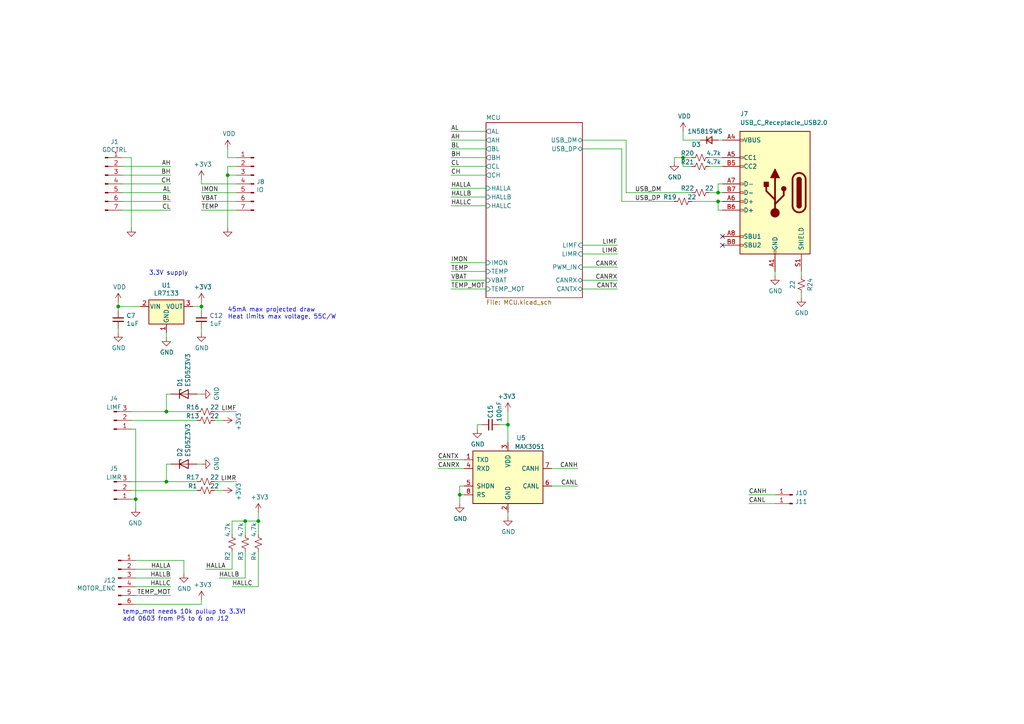
<source format=kicad_sch>
(kicad_sch (version 20211123) (generator eeschema)
  (paper "A4")
  (lib_symbols
    (symbol "Connector:Conn_01x01_Male" (pin_names (offset 1.016) hide)
      (property "Reference" "J" (at 0 2.54 0))
      (property "Value" "Conn_01x01_Male" (at 0 -2.54 0))
      (symbol "Conn_01x01_Male_1_1"
        (polyline (pts (xy 1.27 0) (xy 0.8636 0)) (stroke (width 0.1524)))
        (rectangle (start 0.8636 0.127) (end 0 -0.127) (stroke (width 0.1524)) (fill (type outline)))
        (pin passive line (at 5.08 0 180) (length 3.81) (name "Pin_1") (number "1"))
      )
    )
    (symbol "Connector:Conn_01x03_Male" (pin_names (offset 1.016) hide)
      (property "Reference" "J" (at 0 5.08 0))
      (property "Value" "Conn_01x03_Male" (at 0 -5.08 0))
      (symbol "Conn_01x03_Male_1_1"
        (polyline (pts (xy 1.27 -2.54) (xy 0.8636 -2.54)) (stroke (width 0.1524)))
        (polyline (pts (xy 1.27 0) (xy 0.8636 0)) (stroke (width 0.1524)))
        (polyline (pts (xy 1.27 2.54) (xy 0.8636 2.54)) (stroke (width 0.1524)))
        (rectangle (start 0.8636 -2.413) (end 0 -2.667) (stroke (width 0.1524)) (fill (type outline)))
        (rectangle (start 0.8636 0.127) (end 0 -0.127) (stroke (width 0.1524)) (fill (type outline)))
        (rectangle (start 0.8636 2.667) (end 0 2.413) (stroke (width 0.1524)) (fill (type outline)))
        (pin passive line (at 5.08 2.54 180) (length 3.81) (name "Pin_1") (number "1"))
        (pin passive line (at 5.08 0 180) (length 3.81) (name "Pin_2") (number "2"))
        (pin passive line (at 5.08 -2.54 180) (length 3.81) (name "Pin_3") (number "3"))
      )
    )
    (symbol "Connector:Conn_01x06_Male" (pin_names (offset 1.016) hide)
      (property "Reference" "J" (at 0 7.62 0))
      (property "Value" "Conn_01x06_Male" (at 0 -10.16 0))
      (symbol "Conn_01x06_Male_1_1"
        (polyline (pts (xy 1.27 -7.62) (xy 0.8636 -7.62)) (stroke (width 0.1524)))
        (polyline (pts (xy 1.27 -5.08) (xy 0.8636 -5.08)) (stroke (width 0.1524)))
        (polyline (pts (xy 1.27 -2.54) (xy 0.8636 -2.54)) (stroke (width 0.1524)))
        (polyline (pts (xy 1.27 0) (xy 0.8636 0)) (stroke (width 0.1524)))
        (polyline (pts (xy 1.27 2.54) (xy 0.8636 2.54)) (stroke (width 0.1524)))
        (polyline (pts (xy 1.27 5.08) (xy 0.8636 5.08)) (stroke (width 0.1524)))
        (rectangle (start 0.8636 -7.493) (end 0 -7.747) (stroke (width 0.1524)) (fill (type outline)))
        (rectangle (start 0.8636 -4.953) (end 0 -5.207) (stroke (width 0.1524)) (fill (type outline)))
        (rectangle (start 0.8636 -2.413) (end 0 -2.667) (stroke (width 0.1524)) (fill (type outline)))
        (rectangle (start 0.8636 0.127) (end 0 -0.127) (stroke (width 0.1524)) (fill (type outline)))
        (rectangle (start 0.8636 2.667) (end 0 2.413) (stroke (width 0.1524)) (fill (type outline)))
        (rectangle (start 0.8636 5.207) (end 0 4.953) (stroke (width 0.1524)) (fill (type outline)))
        (pin passive line (at 5.08 5.08 180) (length 3.81) (name "Pin_1") (number "1"))
        (pin passive line (at 5.08 2.54 180) (length 3.81) (name "Pin_2") (number "2"))
        (pin passive line (at 5.08 0 180) (length 3.81) (name "Pin_3") (number "3"))
        (pin passive line (at 5.08 -2.54 180) (length 3.81) (name "Pin_4") (number "4"))
        (pin passive line (at 5.08 -5.08 180) (length 3.81) (name "Pin_5") (number "5"))
        (pin passive line (at 5.08 -7.62 180) (length 3.81) (name "Pin_6") (number "6"))
      )
    )
    (symbol "Connector:Conn_01x07_Male" (pin_names (offset 1.016) hide)
      (property "Reference" "J" (at 0 10.16 0))
      (property "Value" "Conn_01x07_Male" (at 0 -10.16 0))
      (symbol "Conn_01x07_Male_1_1"
        (polyline (pts (xy 1.27 -7.62) (xy 0.8636 -7.62)) (stroke (width 0.1524)))
        (polyline (pts (xy 1.27 -5.08) (xy 0.8636 -5.08)) (stroke (width 0.1524)))
        (polyline (pts (xy 1.27 -2.54) (xy 0.8636 -2.54)) (stroke (width 0.1524)))
        (polyline (pts (xy 1.27 0) (xy 0.8636 0)) (stroke (width 0.1524)))
        (polyline (pts (xy 1.27 2.54) (xy 0.8636 2.54)) (stroke (width 0.1524)))
        (polyline (pts (xy 1.27 5.08) (xy 0.8636 5.08)) (stroke (width 0.1524)))
        (polyline (pts (xy 1.27 7.62) (xy 0.8636 7.62)) (stroke (width 0.1524)))
        (rectangle (start 0.8636 -7.493) (end 0 -7.747) (stroke (width 0.1524)) (fill (type outline)))
        (rectangle (start 0.8636 -4.953) (end 0 -5.207) (stroke (width 0.1524)) (fill (type outline)))
        (rectangle (start 0.8636 -2.413) (end 0 -2.667) (stroke (width 0.1524)) (fill (type outline)))
        (rectangle (start 0.8636 0.127) (end 0 -0.127) (stroke (width 0.1524)) (fill (type outline)))
        (rectangle (start 0.8636 2.667) (end 0 2.413) (stroke (width 0.1524)) (fill (type outline)))
        (rectangle (start 0.8636 5.207) (end 0 4.953) (stroke (width 0.1524)) (fill (type outline)))
        (rectangle (start 0.8636 7.747) (end 0 7.493) (stroke (width 0.1524)) (fill (type outline)))
        (pin passive line (at 5.08 7.62 180) (length 3.81) (name "Pin_1") (number "1"))
        (pin passive line (at 5.08 5.08 180) (length 3.81) (name "Pin_2") (number "2"))
        (pin passive line (at 5.08 2.54 180) (length 3.81) (name "Pin_3") (number "3"))
        (pin passive line (at 5.08 0 180) (length 3.81) (name "Pin_4") (number "4"))
        (pin passive line (at 5.08 -2.54 180) (length 3.81) (name "Pin_5") (number "5"))
        (pin passive line (at 5.08 -5.08 180) (length 3.81) (name "Pin_6") (number "6"))
        (pin passive line (at 5.08 -7.62 180) (length 3.81) (name "Pin_7") (number "7"))
      )
    )
    (symbol "Connector:USB_C_Receptacle_USB2.0" (pin_names (offset 1.016))
      (property "Reference" "J" (at -10.16 19.05 0))
      (property "Value" "USB_C_Receptacle_USB2.0" (at 19.05 19.05 0))
      (symbol "USB_C_Receptacle_USB2.0_0_0"
        (rectangle (start -0.254 -17.78) (end 0.254 -16.764))
        (rectangle (start 10.16 -14.986) (end 9.144 -15.494))
        (rectangle (start 10.16 -12.446) (end 9.144 -12.954))
        (rectangle (start 10.16 -4.826) (end 9.144 -5.334))
        (rectangle (start 10.16 -2.286) (end 9.144 -2.794))
        (rectangle (start 10.16 0.254) (end 9.144 -0.254))
        (rectangle (start 10.16 2.794) (end 9.144 2.286))
        (rectangle (start 10.16 7.874) (end 9.144 7.366))
        (rectangle (start 10.16 10.414) (end 9.144 9.906))
        (rectangle (start 10.16 15.494) (end 9.144 14.986))
      )
      (symbol "USB_C_Receptacle_USB2.0_0_1"
        (rectangle (start -10.16 17.78) (end 10.16 -17.78) (stroke (width 0.254)) (fill (type background)))
        (arc (start -8.89 -3.81) (mid -6.985 -5.715) (end -5.08 -3.81) (stroke (width 0.508)))
        (arc (start -7.62 -3.81) (mid -6.985 -4.445) (end -6.35 -3.81) (stroke (width 0.254)))
        (arc (start -7.62 -3.81) (mid -6.985 -4.445) (end -6.35 -3.81) (stroke (width 0.254)) (fill (type outline)))
        (rectangle (start -7.62 -3.81) (end -6.35 3.81) (stroke (width 0.254)) (fill (type outline)))
        (arc (start -6.35 3.81) (mid -6.985 4.445) (end -7.62 3.81) (stroke (width 0.254)))
        (arc (start -6.35 3.81) (mid -6.985 4.445) (end -7.62 3.81) (stroke (width 0.254)) (fill (type outline)))
        (arc (start -5.08 3.81) (mid -6.985 5.715) (end -8.89 3.81) (stroke (width 0.508)))
        (circle (center -2.54 1.143) (radius 0.635) (stroke (width 0.254)) (fill (type outline)))
        (circle (center 0 -5.842) (radius 1.27) (fill (type outline)))
        (polyline (pts (xy -8.89 -3.81) (xy -8.89 3.81)) (stroke (width 0.508)))
        (polyline (pts (xy -5.08 3.81) (xy -5.08 -3.81)) (stroke (width 0.508)))
        (polyline (pts (xy 0 -5.842) (xy 0 4.318)) (stroke (width 0.508)))
        (polyline (pts (xy 0 -3.302) (xy -2.54 -0.762) (xy -2.54 0.508)) (stroke (width 0.508)))
        (polyline (pts (xy 0 -2.032) (xy 2.54 0.508) (xy 2.54 1.778)) (stroke (width 0.508)))
        (polyline (pts (xy -1.27 4.318) (xy 0 6.858) (xy 1.27 4.318) (xy -1.27 4.318)) (stroke (width 0.254)) (fill (type outline)))
        (rectangle (start 1.905 1.778) (end 3.175 3.048) (stroke (width 0.254)) (fill (type outline)))
      )
      (symbol "USB_C_Receptacle_USB2.0_1_1"
        (pin passive line (at 0 -22.86 90) (length 5.08) (name "GND") (number "A1"))
        (pin passive line (at 0 -22.86 90) (length 5.08) hide (name "GND") (number "A12"))
        (pin passive line (at 15.24 15.24 180) (length 5.08) (name "VBUS") (number "A4"))
        (pin bidirectional line (at 15.24 10.16 180) (length 5.08) (name "CC1") (number "A5"))
        (pin bidirectional line (at 15.24 -2.54 180) (length 5.08) (name "D+") (number "A6"))
        (pin bidirectional line (at 15.24 2.54 180) (length 5.08) (name "D-") (number "A7"))
        (pin bidirectional line (at 15.24 -12.7 180) (length 5.08) (name "SBU1") (number "A8"))
        (pin passive line (at 15.24 15.24 180) (length 5.08) hide (name "VBUS") (number "A9"))
        (pin passive line (at 0 -22.86 90) (length 5.08) hide (name "GND") (number "B1"))
        (pin passive line (at 0 -22.86 90) (length 5.08) hide (name "GND") (number "B12"))
        (pin passive line (at 15.24 15.24 180) (length 5.08) hide (name "VBUS") (number "B4"))
        (pin bidirectional line (at 15.24 7.62 180) (length 5.08) (name "CC2") (number "B5"))
        (pin bidirectional line (at 15.24 -5.08 180) (length 5.08) (name "D+") (number "B6"))
        (pin bidirectional line (at 15.24 0 180) (length 5.08) (name "D-") (number "B7"))
        (pin bidirectional line (at 15.24 -15.24 180) (length 5.08) (name "SBU2") (number "B8"))
        (pin passive line (at 15.24 15.24 180) (length 5.08) hide (name "VBUS") (number "B9"))
        (pin passive line (at -7.62 -22.86 90) (length 5.08) (name "SHIELD") (number "S1"))
      )
    )
    (symbol "Device:C_Small" (pin_numbers hide) (pin_names (offset 0.254) hide)
      (property "Reference" "C" (at 0.254 1.778 0))
      (property "Value" "C_Small" (at 0.254 -2.032 0))
      (symbol "C_Small_0_1"
        (polyline (pts (xy -1.524 -0.508) (xy 1.524 -0.508)) (stroke (width 0.3302)))
        (polyline (pts (xy -1.524 0.508) (xy 1.524 0.508)) (stroke (width 0.3048)))
      )
      (symbol "C_Small_1_1"
        (pin passive line (at 0 2.54 270) (length 2.032) (name "~") (number "1"))
        (pin passive line (at 0 -2.54 90) (length 2.032) (name "~") (number "2"))
      )
    )
    (symbol "Device:D_Small" (pin_numbers hide) (pin_names (offset 0.254) hide)
      (property "Reference" "D" (at -1.27 2.032 0))
      (property "Value" "D_Small" (at -3.81 -2.032 0))
      (symbol "D_Small_0_1"
        (polyline (pts (xy -0.762 -1.016) (xy -0.762 1.016)) (stroke (width 0.254)))
        (polyline (pts (xy -0.762 0) (xy 0.762 0)))
        (polyline (pts (xy 0.762 -1.016) (xy -0.762 0) (xy 0.762 1.016) (xy 0.762 -1.016)) (stroke (width 0.254)))
      )
      (symbol "D_Small_1_1"
        (pin passive line (at -2.54 0 0) (length 1.778) (name "K") (number "1"))
        (pin passive line (at 2.54 0 180) (length 1.778) (name "A") (number "2"))
      )
    )
    (symbol "Device:R_Small_US" (pin_numbers hide) (pin_names (offset 0.254) hide)
      (property "Reference" "R" (at 0.762 0.508 0))
      (property "Value" "R_Small_US" (at 0.762 -1.016 0))
      (symbol "R_Small_US_1_1"
        (polyline (pts (xy 0 0) (xy 1.016 -0.381) (xy 0 -0.762) (xy -1.016 -1.143) (xy 0 -1.524)))
        (polyline (pts (xy 0 1.524) (xy 1.016 1.143) (xy 0 0.762) (xy -1.016 0.381) (xy 0 0)))
        (pin passive line (at 0 2.54 270) (length 1.016) (name "~") (number "1"))
        (pin passive line (at 0 -2.54 90) (length 1.016) (name "~") (number "2"))
      )
    )
    (symbol "Diode:MM5Zxx" (pin_numbers hide) (pin_names (offset 1.016) hide)
      (property "Reference" "D" (at 0 2.54 0))
      (property "Value" "MM5Zxx" (at 0 -2.54 0))
      (symbol "MM5Zxx_0_1"
        (polyline (pts (xy 1.27 0) (xy -1.27 0)))
        (polyline (pts (xy -1.27 -1.27) (xy -1.27 1.27) (xy -0.762 1.27)) (stroke (width 0.254)))
        (polyline (pts (xy 1.27 -1.27) (xy 1.27 1.27) (xy -1.27 0) (xy 1.27 -1.27)) (stroke (width 0.254)))
      )
      (symbol "MM5Zxx_1_1"
        (pin passive line (at -3.81 0 0) (length 2.54) (name "K") (number "1"))
        (pin passive line (at 3.81 0 180) (length 2.54) (name "A") (number "2"))
      )
    )
    (symbol "Interface_UART:MAX3051" (pin_names (offset 1.016))
      (property "Reference" "U" (at -10.16 8.89 0))
      (property "Value" "MAX3051" (at 2.54 8.89 0))
      (symbol "MAX3051_0_1"
        (rectangle (start -10.16 7.62) (end 10.16 -7.62) (stroke (width 0.254)) (fill (type background)))
      )
      (symbol "MAX3051_1_1"
        (pin input line (at -12.7 5.08 0) (length 2.54) (name "TXD") (number "1"))
        (pin power_in line (at 0 -10.16 90) (length 2.54) (name "GND") (number "2"))
        (pin power_in line (at 0 10.16 270) (length 2.54) (name "VDD") (number "3"))
        (pin output line (at -12.7 2.54 0) (length 2.54) (name "RXD") (number "4"))
        (pin input line (at -12.7 -2.54 0) (length 2.54) (name "SHDN") (number "5"))
        (pin bidirectional line (at 12.7 -2.54 180) (length 2.54) (name "CANL") (number "6"))
        (pin bidirectional line (at 12.7 2.54 180) (length 2.54) (name "CANH") (number "7"))
        (pin input line (at -12.7 -5.08 0) (length 2.54) (name "RS") (number "8"))
      )
    )
    (symbol "Regulator_Linear:AP2204RA-3.3" (pin_names (offset 0.254))
      (property "Reference" "U" (at -5.08 3.175 0))
      (property "Value" "AP2204RA-3.3" (at 0 3.175 0))
      (symbol "AP2204RA-3.3_0_1"
        (rectangle (start -5.08 1.905) (end 5.08 -5.08) (stroke (width 0.254)) (fill (type background)))
      )
      (symbol "AP2204RA-3.3_1_1"
        (pin power_in line (at 0 -7.62 90) (length 2.54) (name "GND") (number "1"))
        (pin power_in line (at -7.62 0 0) (length 2.54) (name "VIN") (number "2"))
        (pin power_out line (at 7.62 0 180) (length 2.54) (name "VOUT") (number "3"))
      )
    )
    (symbol "power:+3V3" (power) (pin_names (offset 0))
      (property "Value" "+3V3" (at 0 3.556 0))
      (symbol "+3V3_0_1"
        (polyline (pts (xy -0.762 1.27) (xy 0 2.54)))
        (polyline (pts (xy 0 0) (xy 0 2.54)))
        (polyline (pts (xy 0 2.54) (xy 0.762 1.27)))
      )
      (symbol "+3V3_1_1"
        (pin power_in line (at 0 0 90) (length 0) hide (name "+3V3") (number "1"))
      )
    )
    (symbol "power:GND" (power) (pin_names (offset 0))
      (property "Value" "GND" (at 0 -3.81 0))
      (symbol "GND_0_1"
        (polyline (pts (xy 0 0) (xy 0 -1.27) (xy 1.27 -1.27) (xy 0 -2.54) (xy -1.27 -1.27) (xy 0 -1.27)))
      )
      (symbol "GND_1_1"
        (pin power_in line (at 0 0 270) (length 0) hide (name "GND") (number "1"))
      )
    )
    (symbol "power:VDD" (power) (pin_names (offset 0))
      (property "Value" "VDD" (at 0 3.81 0))
      (symbol "VDD_0_1"
        (polyline (pts (xy -0.762 1.27) (xy 0 2.54)))
        (polyline (pts (xy 0 0) (xy 0 2.54)))
        (polyline (pts (xy 0 2.54) (xy 0.762 1.27)))
      )
      (symbol "VDD_1_1"
        (pin power_in line (at 0 0 90) (length 0) hide (name "VDD") (number "1"))
      )
    )
  )
  (junction (at 48.26 119.38))
  (junction (at 39.37 144.78))
  (junction (at 71.12 151.13))
  (junction (at 208.28 55.88))
  (junction (at 198.12 45.72))
  (junction (at 133.35 143.51))
  (junction (at 58.42 88.9))
  (junction (at 34.29 88.9))
  (junction (at 48.26 139.7))
  (junction (at 208.28 58.42))
  (junction (at 147.32 123.19))
  (junction (at 74.93 151.13))
  (junction (at 66.04 50.8))
  (no_connect (at 209.55 71.12))
  (no_connect (at 209.55 68.58))
  (wire (pts (xy 35.56 53.34) (xy 49.53 53.34)))
  (wire (pts (xy 140.97 54.61) (xy 130.81 54.61)))
  (wire (pts (xy 58.42 175.26) (xy 39.37 175.26)))
  (wire (pts (xy 48.26 139.7) (xy 57.15 139.7)))
  (wire (pts (xy 39.37 162.56) (xy 53.34 162.56)))
  (wire (pts (xy 58.42 88.9) (xy 58.42 90.17)))
  (wire (pts (xy 57.15 114.3) (xy 58.42 114.3)))
  (wire (pts (xy 198.12 45.72) (xy 195.58 45.72)))
  (wire (pts (xy 48.26 134.62) (xy 48.26 139.7)))
  (wire (pts (xy 133.35 143.51) (xy 133.35 146.05)))
  (wire (pts (xy 66.04 50.8) (xy 66.04 66.04)))
  (wire (pts (xy 49.53 60.96) (xy 35.56 60.96)))
  (wire (pts (xy 205.74 48.26) (xy 209.55 48.26)))
  (wire (pts (xy 74.93 151.13) (xy 74.93 148.59)))
  (wire (pts (xy 62.23 142.24) (xy 64.77 142.24)))
  (wire (pts (xy 198.12 38.1) (xy 198.12 40.64)))
  (wire (pts (xy 147.32 148.59) (xy 147.32 149.86)))
  (wire (pts (xy 205.74 55.88) (xy 208.28 55.88)))
  (wire (pts (xy 140.97 57.15) (xy 130.81 57.15)))
  (wire (pts (xy 74.93 170.18) (xy 74.93 160.02)))
  (wire (pts (xy 40.64 88.9) (xy 34.29 88.9)))
  (wire (pts (xy 39.37 172.72) (xy 49.53 172.72)))
  (wire (pts (xy 140.97 43.18) (xy 130.81 43.18)))
  (wire (pts (xy 127 135.89) (xy 134.62 135.89)))
  (wire (pts (xy 180.34 58.42) (xy 195.58 58.42)))
  (wire (pts (xy 208.28 58.42) (xy 208.28 60.96)))
  (wire (pts (xy 67.31 170.18) (xy 74.93 170.18)))
  (wire (pts (xy 181.61 55.88) (xy 200.66 55.88)))
  (wire (pts (xy 138.43 123.19) (xy 138.43 124.46)))
  (wire (pts (xy 224.79 146.05) (xy 217.17 146.05)))
  (wire (pts (xy 139.7 123.19) (xy 138.43 123.19)))
  (wire (pts (xy 39.37 144.78) (xy 39.37 147.32)))
  (wire (pts (xy 67.31 160.02) (xy 67.31 165.1)))
  (wire (pts (xy 224.79 78.74) (xy 224.79 80.01)))
  (wire (pts (xy 209.55 45.72) (xy 205.74 45.72)))
  (wire (pts (xy 67.31 165.1) (xy 59.69 165.1)))
  (wire (pts (xy 66.04 50.8) (xy 68.58 50.8)))
  (wire (pts (xy 168.91 81.28) (xy 179.07 81.28)))
  (wire (pts (xy 71.12 151.13) (xy 74.93 151.13)))
  (wire (pts (xy 71.12 167.64) (xy 71.12 160.02)))
  (wire (pts (xy 34.29 96.52) (xy 34.29 95.25)))
  (wire (pts (xy 58.42 96.52) (xy 58.42 95.25)))
  (wire (pts (xy 58.42 87.63) (xy 58.42 88.9)))
  (wire (pts (xy 58.42 55.88) (xy 68.58 55.88)))
  (wire (pts (xy 49.53 50.8) (xy 35.56 50.8)))
  (wire (pts (xy 134.62 140.97) (xy 133.35 140.97)))
  (wire (pts (xy 68.58 45.72) (xy 66.04 45.72)))
  (wire (pts (xy 179.07 83.82) (xy 168.91 83.82)))
  (wire (pts (xy 35.56 45.72) (xy 38.1 45.72)))
  (wire (pts (xy 35.56 48.26) (xy 49.53 48.26)))
  (wire (pts (xy 39.37 165.1) (xy 49.53 165.1)))
  (wire (pts (xy 55.88 88.9) (xy 58.42 88.9)))
  (wire (pts (xy 66.04 48.26) (xy 66.04 50.8)))
  (wire (pts (xy 232.41 85.09) (xy 232.41 86.36)))
  (wire (pts (xy 198.12 40.64) (xy 203.2 40.64)))
  (wire (pts (xy 38.1 139.7) (xy 48.26 139.7)))
  (wire (pts (xy 147.32 119.38) (xy 147.32 123.19)))
  (wire (pts (xy 198.12 48.26) (xy 200.66 48.26)))
  (wire (pts (xy 181.61 40.64) (xy 181.61 55.88)))
  (wire (pts (xy 179.07 71.12) (xy 168.91 71.12)))
  (wire (pts (xy 180.34 43.18) (xy 168.91 43.18)))
  (wire (pts (xy 160.02 140.97) (xy 167.64 140.97)))
  (wire (pts (xy 68.58 48.26) (xy 66.04 48.26)))
  (wire (pts (xy 68.58 58.42) (xy 58.42 58.42)))
  (wire (pts (xy 208.28 53.34) (xy 208.28 55.88)))
  (wire (pts (xy 134.62 143.51) (xy 133.35 143.51)))
  (wire (pts (xy 58.42 60.96) (xy 68.58 60.96)))
  (wire (pts (xy 140.97 50.8) (xy 130.81 50.8)))
  (wire (pts (xy 34.29 87.63) (xy 34.29 88.9)))
  (wire (pts (xy 179.07 73.66) (xy 168.91 73.66)))
  (wire (pts (xy 134.62 133.35) (xy 127 133.35)))
  (wire (pts (xy 49.53 134.62) (xy 48.26 134.62)))
  (wire (pts (xy 71.12 154.94) (xy 71.12 151.13)))
  (wire (pts (xy 34.29 88.9) (xy 34.29 90.17)))
  (wire (pts (xy 168.91 40.64) (xy 181.61 40.64)))
  (wire (pts (xy 49.53 114.3) (xy 48.26 114.3)))
  (wire (pts (xy 64.77 121.92) (xy 62.23 121.92)))
  (wire (pts (xy 208.28 55.88) (xy 209.55 55.88)))
  (wire (pts (xy 217.17 143.51) (xy 224.79 143.51)))
  (wire (pts (xy 130.81 83.82) (xy 140.97 83.82)))
  (wire (pts (xy 200.66 58.42) (xy 208.28 58.42)))
  (wire (pts (xy 38.1 144.78) (xy 39.37 144.78)))
  (wire (pts (xy 35.56 58.42) (xy 49.53 58.42)))
  (wire (pts (xy 38.1 119.38) (xy 48.26 119.38)))
  (wire (pts (xy 62.23 119.38) (xy 68.58 119.38)))
  (wire (pts (xy 200.66 45.72) (xy 198.12 45.72)))
  (wire (pts (xy 140.97 59.69) (xy 130.81 59.69)))
  (wire (pts (xy 39.37 170.18) (xy 49.53 170.18)))
  (wire (pts (xy 66.04 45.72) (xy 66.04 43.18)))
  (wire (pts (xy 180.34 58.42) (xy 180.34 43.18)))
  (wire (pts (xy 208.28 60.96) (xy 209.55 60.96)))
  (wire (pts (xy 58.42 173.99) (xy 58.42 175.26)))
  (wire (pts (xy 133.35 140.97) (xy 133.35 143.51)))
  (wire (pts (xy 63.5 167.64) (xy 71.12 167.64)))
  (wire (pts (xy 140.97 78.74) (xy 130.81 78.74)))
  (wire (pts (xy 48.26 96.52) (xy 48.26 97.79)))
  (wire (pts (xy 39.37 124.46) (xy 39.37 144.78)))
  (wire (pts (xy 48.26 114.3) (xy 48.26 119.38)))
  (wire (pts (xy 58.42 53.34) (xy 58.42 52.07)))
  (wire (pts (xy 53.34 162.56) (xy 53.34 166.37)))
  (wire (pts (xy 140.97 40.64) (xy 130.81 40.64)))
  (wire (pts (xy 144.78 123.19) (xy 147.32 123.19)))
  (wire (pts (xy 198.12 45.72) (xy 198.12 48.26)))
  (wire (pts (xy 130.81 81.28) (xy 140.97 81.28)))
  (wire (pts (xy 62.23 139.7) (xy 68.58 139.7)))
  (wire (pts (xy 130.81 38.1) (xy 140.97 38.1)))
  (wire (pts (xy 68.58 53.34) (xy 58.42 53.34)))
  (wire (pts (xy 140.97 45.72) (xy 130.81 45.72)))
  (wire (pts (xy 38.1 121.92) (xy 57.15 121.92)))
  (wire (pts (xy 74.93 151.13) (xy 74.93 154.94)))
  (wire (pts (xy 195.58 45.72) (xy 195.58 46.99)))
  (wire (pts (xy 179.07 77.47) (xy 168.91 77.47)))
  (wire (pts (xy 38.1 142.24) (xy 57.15 142.24)))
  (wire (pts (xy 130.81 48.26) (xy 140.97 48.26)))
  (wire (pts (xy 39.37 167.64) (xy 49.53 167.64)))
  (wire (pts (xy 67.31 154.94) (xy 67.31 151.13)))
  (wire (pts (xy 48.26 119.38) (xy 57.15 119.38)))
  (wire (pts (xy 49.53 55.88) (xy 35.56 55.88)))
  (wire (pts (xy 209.55 53.34) (xy 208.28 53.34)))
  (wire (pts (xy 232.41 78.74) (xy 232.41 80.01)))
  (wire (pts (xy 209.55 40.64) (xy 208.28 40.64)))
  (wire (pts (xy 140.97 76.2) (xy 130.81 76.2)))
  (wire (pts (xy 167.64 135.89) (xy 160.02 135.89)))
  (wire (pts (xy 147.32 123.19) (xy 147.32 128.27)))
  (wire (pts (xy 209.55 58.42) (xy 208.28 58.42)))
  (wire (pts (xy 67.31 151.13) (xy 71.12 151.13)))
  (wire (pts (xy 38.1 45.72) (xy 38.1 66.04)))
  (wire (pts (xy 38.1 124.46) (xy 39.37 124.46)))
  (wire (pts (xy 57.15 134.62) (xy 58.42 134.62)))
  (text "temp_mot needs 10k pullup to 3.3V!\nadd 0603 from P5 to 6 on J12" (at 35.56 180.34 0) (effects (font (size 1.27 1.27)) (justify left bottom)))
  (text "3.3V supply" (at 43.18 80.01 0) (effects (font (size 1.27 1.27)) (justify left bottom)))
  (text "45mA max projected draw\nHeat limits max voltage, 55C/W" (at 66.04 92.71 0) (effects (font (size 1.27 1.27)) (justify left bottom)))
  (label "CANL" (at 167.64 140.97 180))
  (label "LIMR" (at 179.07 73.66 180))
  (label "VBAT" (at 130.81 81.28 0))
  (label "USB_DM" (at 184.15 55.88 0))
  (label "BL" (at 49.53 58.42 180))
  (label "CANRX" (at 127 135.89 0))
  (label "AH" (at 130.81 40.64 0))
  (label "LIMF" (at 68.58 119.38 180))
  (label "CANL" (at 217.17 146.05 0))
  (label "AL" (at 49.53 55.88 180))
  (label "HALLC" (at 67.31 170.18 0))
  (label "BL" (at 130.81 43.18 0))
  (label "TEMP" (at 130.81 78.74 0))
  (label "CL" (at 49.53 60.96 180))
  (label "AL" (at 130.81 38.1 0))
  (label "HALLA" (at 130.81 54.61 0))
  (label "CH" (at 130.81 50.8 0))
  (label "LIMF" (at 179.07 71.12 180))
  (label "HALLB" (at 130.81 57.15 0))
  (label "CANRX" (at 179.07 81.28 180))
  (label "VBAT" (at 58.42 58.42 0))
  (label "CANH" (at 167.64 135.89 180))
  (label "HALLA" (at 59.69 165.1 0))
  (label "AH" (at 49.53 48.26 180))
  (label "IMON" (at 58.42 55.88 0))
  (label "BH" (at 49.53 50.8 180))
  (label "BH" (at 130.81 45.72 0))
  (label "CL" (at 130.81 48.26 0))
  (label "TEMP_MOT" (at 130.81 83.82 0))
  (label "USB_DP" (at 184.15 58.42 0))
  (label "CANTX" (at 179.07 83.82 180))
  (label "HALLC" (at 49.53 170.18 180))
  (label "HALLA" (at 49.53 165.1 180))
  (label "TEMP" (at 58.42 60.96 0))
  (label "IMON" (at 130.81 76.2 0))
  (label "CANTX" (at 127 133.35 0))
  (label "HALLB" (at 63.5 167.64 0))
  (label "LIMR" (at 68.58 139.7 180))
  (label "CH" (at 49.53 53.34 180))
  (label "CANRX" (at 179.07 77.47 180))
  (label "HALLC" (at 130.81 59.69 0))
  (label "HALLB" (at 49.53 167.64 180))
  (label "CANH" (at 217.17 143.51 0))
  (label "TEMP_MOT" (at 49.53 172.72 180))
  (symbol (lib_id "power:GND") (at 224.79 80.01 0) (unit 1)
    (property "Reference" "#PWR0117" (effects hide))
    (property "Value" "GND" (at 224.917 84.4042 0))
  )
  (symbol (lib_id "Device:R_Small_US") (at 232.41 82.55 180) (unit 1)
    (property "Reference" "R24" (at 234.95 82.55 90))
    (property "Value" "22" (at 229.87 82.55 90))
    (property "Footprint" "Resistor_SMD:R_0402_1005Metric" (effects hide))
  )
  (symbol (lib_id "power:GND") (at 232.41 86.36 0) (unit 1)
    (property "Reference" "#PWR0119" (effects hide))
    (property "Value" "GND" (at 232.537 90.7542 0))
  )
  (symbol (lib_id "Connector:USB_C_Receptacle_USB2.0") (at 224.79 55.88 0) (mirror y) (unit 1)
    (property "Reference" "J7" (at 214.63 33.02 0) (effects (justify right)))
    (property "Value" "USB_C_Receptacle_USB2.0" (at 214.63 35.56 0) (effects (justify right)))
    (property "Footprint" "Connector_USB:USB_C_Receptacle_HRO_TYPE-C-31-M-12" (effects hide))
    (property "Datasheet" "https://www.usb.org/sites/default/files/documents/usb_type-c.zip" (effects hide))
    (property "LCSC" "C165948" (effects hide))
  )
  (symbol (lib_id "Device:R_Small_US") (at 203.2 48.26 270) (unit 1)
    (property "Reference" "R21" (at 199.39 46.99 90))
    (property "Value" "4.7k" (at 207.01 46.99 90))
    (property "Footprint" "Resistor_SMD:R_0402_1005Metric" (effects hide))
  )
  (symbol (lib_id "power:GND") (at 195.58 46.99 0) (unit 1)
    (property "Reference" "#PWR0125" (effects hide))
    (property "Value" "GND" (at 195.707 51.3842 0))
  )
  (symbol (lib_id "Connector:Conn_01x07_Male") (at 30.48 53.34 0) (unit 1)
    (property "Reference" "J1" (at 33.2232 41.1226 0))
    (property "Value" "GDCTRL" (at 33.2232 43.434 0))
    (property "Footprint" "Connector_PinSocket_2.54mm:PinSocket_1x07_P2.54mm_Vertical" (effects hide))
    (property "LCSC" "C492406" (effects hide))
  )
  (symbol (lib_id "power:GND") (at 38.1 66.04 0) (unit 1)
    (property "Reference" "#PWR0101" (effects hide))
    (property "Value" "GND" (effects hide))
  )
  (symbol (lib_id "power:VDD") (at 66.04 43.18 0) (unit 1)
    (property "Reference" "#PWR0102" (effects hide))
    (property "Value" "VDD" (at 66.421 38.7858 0))
  )
  (symbol (lib_id "power:GND") (at 66.04 66.04 0) (unit 1)
    (property "Reference" "#PWR0103" (effects hide))
    (property "Value" "GND" (effects hide))
  )
  (symbol (lib_id "power:+3V3") (at 58.42 52.07 0) (unit 1)
    (property "Reference" "#PWR0105" (effects hide))
    (property "Value" "+3V3" (at 58.801 47.6758 0))
  )
  (symbol (lib_id "Connector:Conn_01x07_Male") (at 73.66 53.34 0) (mirror y) (unit 1)
    (property "Reference" "J8" (at 74.3712 52.7304 0) (effects (justify right)))
    (property "Value" "IO" (at 74.3712 55.0418 0) (effects (justify right)))
    (property "Footprint" "Connector_PinSocket_2.54mm:PinSocket_1x07_P2.54mm_Vertical" (effects hide))
    (property "LCSC" "C492406" (effects hide))
  )
  (symbol (lib_id "Device:R_Small_US") (at 203.2 55.88 90) (unit 1)
    (property "Reference" "R22" (at 199.39 54.61 90))
    (property "Value" "22" (at 205.74 54.61 90))
    (property "Footprint" "Resistor_SMD:R_0402_1005Metric" (effects hide))
  )
  (symbol (lib_id "Device:R_Small_US") (at 59.69 142.24 90) (unit 1)
    (property "Reference" "R1" (at 55.88 140.97 90))
    (property "Value" "22" (at 62.23 140.97 90))
    (property "Footprint" "Resistor_SMD:R_0402_1005Metric" (effects hide))
  )
  (symbol (lib_id "power:+3V3") (at 64.77 142.24 270) (unit 1)
    (property "Reference" "#PWR0106" (effects hide))
    (property "Value" "+3V3" (at 69.1642 142.621 0))
  )
  (symbol (lib_id "Regulator_Linear:AP2204RA-3.3") (at 48.26 88.9 0) (unit 1)
    (property "Reference" "U1" (at 48.26 82.7532 0))
    (property "Value" "LR7133" (at 48.26 85.0646 0))
    (property "Footprint" "Package_TO_SOT_SMD:SOT-89-3" (effects hide))
    (property "Datasheet" "https://datasheet.lcsc.com/lcsc/2011031109_LR-LR7133-M_C914127.pdf" (effects hide))
    (property "LCSC" "C914127" (effects hide))
  )
  (symbol (lib_id "power:+3V3") (at 58.42 87.63 0) (unit 1)
    (property "Reference" "#PWR0126" (effects hide))
    (property "Value" "+3V3" (at 58.801 83.2358 0))
  )
  (symbol (lib_id "power:GND") (at 34.29 96.52 0) (unit 1)
    (property "Reference" "#PWR0127" (effects hide))
    (property "Value" "GND" (at 34.417 100.9142 0))
  )
  (symbol (lib_id "power:GND") (at 58.42 96.52 0) (unit 1)
    (property "Reference" "#PWR0128" (effects hide))
    (property "Value" "GND" (at 58.547 100.9142 0))
  )
  (symbol (lib_id "Device:R_Small_US") (at 67.31 157.48 0) (unit 1)
    (property "Reference" "R2" (at 66.04 161.29 90))
    (property "Value" "4.7k" (at 66.04 153.67 90))
    (property "Footprint" "Resistor_SMD:R_0402_1005Metric" (effects hide))
  )
  (symbol (lib_id "Device:R_Small_US") (at 71.12 157.48 0) (unit 1)
    (property "Reference" "R3" (at 69.85 161.29 90))
    (property "Value" "4.7k" (at 69.85 153.67 90))
    (property "Footprint" "Resistor_SMD:R_0402_1005Metric" (effects hide))
  )
  (symbol (lib_id "Device:R_Small_US") (at 74.93 157.48 0) (unit 1)
    (property "Reference" "R4" (at 73.66 161.29 90))
    (property "Value" "4.7k" (at 73.66 153.67 90))
    (property "Footprint" "Resistor_SMD:R_0402_1005Metric" (effects hide))
  )
  (symbol (lib_id "power:+3V3") (at 74.93 148.59 0) (unit 1)
    (property "Reference" "#PWR0108" (effects hide))
    (property "Value" "+3V3" (at 75.311 144.1958 0))
  )
  (symbol (lib_id "power:GND") (at 48.26 97.79 0) (unit 1)
    (property "Reference" "#PWR0112" (effects hide))
    (property "Value" "GND" (at 48.387 102.1842 0))
  )
  (symbol (lib_id "Device:R_Small_US") (at 203.2 45.72 270) (unit 1)
    (property "Reference" "R20" (at 199.39 44.45 90))
    (property "Value" "4.7k" (at 207.01 44.45 90))
    (property "Footprint" "Resistor_SMD:R_0402_1005Metric" (effects hide))
  )
  (symbol (lib_id "Device:R_Small_US") (at 198.12 58.42 90) (unit 1)
    (property "Reference" "R19" (at 194.31 57.15 90))
    (property "Value" "22" (at 200.66 57.15 90))
    (property "Footprint" "Resistor_SMD:R_0402_1005Metric" (effects hide))
  )
  (symbol (lib_id "power:VDD") (at 34.29 87.63 0) (unit 1)
    (property "Reference" "#PWR0133" (effects hide))
    (property "Value" "VDD" (at 34.671 83.2358 0))
  )
  (symbol (lib_id "power:VDD") (at 198.12 38.1 0) (unit 1)
    (property "Reference" "#PWR0134" (effects hide))
    (property "Value" "VDD" (at 198.501 33.7058 0))
  )
  (symbol (lib_id "Connector:Conn_01x06_Male") (at 34.29 167.64 0) (unit 1)
    (property "Reference" "J12" (at 33.5788 168.3004 0) (effects (justify right)))
    (property "Value" "MOTOR_ENC" (at 33.5788 170.6118 0) (effects (justify right)))
    (property "Footprint" "Connector_JST:JST_PH_S6B-PH-SM4-TB_1x06-1MP_P2.00mm_Horizontal" (effects hide))
    (property "LCSC" "C146050" (effects hide))
  )
  (symbol (lib_id "power:+3V3") (at 58.42 173.99 0) (unit 1)
    (property "Reference" "#PWR0104" (effects hide))
    (property "Value" "+3V3" (at 58.801 169.5958 0))
  )
  (symbol (lib_id "power:GND") (at 53.34 166.37 0) (unit 1)
    (property "Reference" "#PWR0109" (effects hide))
    (property "Value" "GND" (at 53.467 170.7642 0))
  )
  (symbol (lib_id "Connector:Conn_01x01_Male") (at 229.87 146.05 180) (unit 1)
    (property "Reference" "J11" (at 230.5812 145.4912 0) (effects (justify right)))
    (property "Value" "Conn_01x01_Male" (effects hide))
    (property "Footprint" "Anand_parts:SOLDERPAD_100x200" (effects hide))
  )
  (symbol (lib_id "Connector:Conn_01x03_Male") (at 33.02 121.92 0) (mirror x) (unit 1)
    (property "Reference" "J4" (at 33.02 115.57 0))
    (property "Value" "LIMF" (at 33.02 118.11 0))
    (property "Footprint" "Connector_PinHeader_2.54mm:PinHeader_1x03_P2.54mm_Horizontal" (effects hide))
  )
  (symbol (lib_id "Connector:Conn_01x03_Male") (at 33.02 142.24 0) (mirror x) (unit 1)
    (property "Reference" "J5" (at 33.02 135.89 0))
    (property "Value" "LIMR" (at 33.02 138.43 0))
    (property "Footprint" "Connector_PinHeader_2.54mm:PinHeader_1x03_P2.54mm_Horizontal" (effects hide))
  )
  (symbol (lib_id "power:+3V3") (at 64.77 121.92 270) (unit 1)
    (property "Reference" "#PWR0120" (effects hide))
    (property "Value" "+3V3" (at 69.1642 122.301 0))
  )
  (symbol (lib_id "power:GND") (at 39.37 147.32 0) (mirror y) (unit 1)
    (property "Reference" "#PWR0121" (effects hide))
    (property "Value" "GND" (at 39.243 151.7142 0))
  )
  (symbol (lib_id "Device:R_Small_US") (at 59.69 139.7 90) (unit 1)
    (property "Reference" "R17" (at 55.88 138.43 90))
    (property "Value" "22" (at 62.23 138.43 90))
    (property "Footprint" "Resistor_SMD:R_0402_1005Metric" (effects hide))
  )
  (symbol (lib_id "Device:R_Small_US") (at 59.69 119.38 90) (unit 1)
    (property "Reference" "R16" (at 55.88 118.11 90))
    (property "Value" "22" (at 62.23 118.11 90))
    (property "Footprint" "Resistor_SMD:R_0402_1005Metric" (effects hide))
  )
  (symbol (lib_id "Device:R_Small_US") (at 59.69 121.92 90) (unit 1)
    (property "Reference" "R13" (at 55.88 120.65 90))
    (property "Value" "22" (at 62.23 120.65 90))
    (property "Footprint" "Resistor_SMD:R_0402_1005Metric" (effects hide))
  )
  (symbol (lib_id "Device:C_Small") (at 142.24 123.19 270) (unit 1)
    (property "Reference" "C15" (at 142.24 119.38 0))
    (property "Value" "100nF" (at 144.78 119.38 0))
    (property "Footprint" "Capacitor_SMD:C_0402_1005Metric" (effects hide))
  )
  (symbol (lib_id "power:GND") (at 133.35 146.05 0) (unit 1)
    (property "Reference" "#PWR0153" (effects hide))
    (property "Value" "GND" (at 133.477 150.4442 0))
  )
  (symbol (lib_id "Device:D_Small") (at 205.74 40.64 0) (unit 1)
    (property "Reference" "D3" (at 201.93 41.91 0))
    (property "Value" "1N5819WS" (at 204.47 38.1 0))
    (property "Footprint" "Diode_SMD:D_SOD-323" (effects hide))
    (property "Datasheet" "https://datasheet.lcsc.com/lcsc/1810202112_Guangdong-Hottech-1N5819WS_C191023.pdf" (effects hide))
    (property "LCSC" "C191023" (effects hide))
  )
  (symbol (lib_id "Diode:MM5Zxx") (at 53.34 114.3 0) (unit 1)
    (property "Reference" "D1" (at 52.1716 112.268 90) (effects (justify left)))
    (property "Value" "ESD5Z3V3" (at 54.483 112.268 90) (effects (justify left)))
    (property "Footprint" "Diode_SMD:D_SOD-523" (effects hide))
    (property "Datasheet" "https://datasheet.lcsc.com/lcsc/2003281208_MDD-Microdiode-Electronics--ESD5Z3V3_C502545.pdf" (effects hide))
    (property "LCSC" "C502545" (effects hide))
  )
  (symbol (lib_id "power:GND") (at 58.42 114.3 90) (unit 1)
    (property "Reference" "#PWR0110" (effects hide))
    (property "Value" "GND" (at 62.8142 114.173 0))
  )
  (symbol (lib_id "Diode:MM5Zxx") (at 53.34 134.62 0) (unit 1)
    (property "Reference" "D2" (at 52.1716 132.588 90) (effects (justify left)))
    (property "Value" "ESD5Z3V3" (at 54.483 132.588 90) (effects (justify left)))
    (property "Footprint" "Diode_SMD:D_SOD-523" (effects hide))
    (property "Datasheet" "https://datasheet.lcsc.com/lcsc/2003281208_MDD-Microdiode-Electronics--ESD5Z3V3_C502545.pdf" (effects hide))
    (property "LCSC" "C502545" (effects hide))
  )
  (symbol (lib_id "power:GND") (at 58.42 134.62 90) (unit 1)
    (property "Reference" "#PWR0111" (effects hide))
    (property "Value" "GND" (at 62.8142 134.493 0))
  )
  (symbol (lib_id "Connector:Conn_01x01_Male") (at 229.87 143.51 180) (unit 1)
    (property "Reference" "J10" (at 230.5812 142.9512 0) (effects (justify right)))
    (property "Value" "Conn_01x01_Male" (effects hide))
    (property "Footprint" "Anand_parts:SOLDERPAD_100x200" (effects hide))
  )
  (symbol (lib_id "Device:C_Small") (at 58.42 92.71 0) (unit 1)
    (property "Reference" "C12" (at 60.7568 91.5416 0) (effects (justify left)))
    (property "Value" "1uF" (at 60.7568 93.853 0) (effects (justify left)))
    (property "Footprint" "Capacitor_SMD:C_0603_1608Metric" (effects hide))
    (property "LCSC" "C15849" (effects hide))
  )
  (symbol (lib_id "Device:C_Small") (at 34.29 92.71 0) (unit 1)
    (property "Reference" "C7" (at 36.6268 91.5416 0) (effects (justify left)))
    (property "Value" "1uF" (at 36.6268 93.853 0) (effects (justify left)))
    (property "Footprint" "Capacitor_SMD:C_0603_1608Metric" (effects hide))
    (property "LCSC" "C15849" (effects hide))
  )
  (symbol (lib_id "Interface_UART:MAX3051") (at 147.32 138.43 0) (unit 1)
    (property "Reference" "U5" (at 151.13 127 0))
    (property "Value" "MAX3051" (at 153.67 129.54 0))
    (property "Footprint" "Package_TO_SOT_SMD:SOT-23-8" (effects hide))
    (property "Datasheet" "http://datasheets.maximintegrated.com/en/ds/MAX3051.pdf" (effects hide))
    (property "LCSC" "C112005" (effects hide))
  )
  (symbol (lib_id "power:GND") (at 147.32 149.86 0) (unit 1)
    (property "Reference" "#PWR0150" (effects hide))
    (property "Value" "GND" (at 147.447 154.2542 0))
  )
  (symbol (lib_id "power:+3V3") (at 147.32 119.38 0) (mirror y) (unit 1)
    (property "Reference" "#PWR0151" (effects hide))
    (property "Value" "+3V3" (at 146.939 114.9858 0))
  )
  (symbol (lib_id "power:GND") (at 138.43 124.46 0) (unit 1)
    (property "Reference" "#PWR0152" (effects hide))
    (property "Value" "GND" (at 138.557 128.8542 0))
  )
  (sheet (at 140.97 35.56) (size 27.94 50.8)
    (property "Sheet name" "MCU" (at 140.97 34.8484 0) (effects (justify left bottom)))
    (property "Sheet file" "MCU.kicad_sch" (at 140.97 86.9446 0) (effects (justify left top)))
    (pin "IMON" input (at 140.97 76.2 180))
    (pin "TEMP" input (at 140.97 78.74 180))
    (pin "VBAT" input (at 140.97 81.28 180))
    (pin "TEMP_MOT" input (at 140.97 83.82 180))
    (pin "USB_DP" bidirectional (at 168.91 43.18 0))
    (pin "USB_DM" bidirectional (at 168.91 40.64 0))
    (pin "CANRX" bidirectional (at 168.91 81.28 0))
    (pin "CANTX" bidirectional (at 168.91 83.82 0))
    (pin "AL" output (at 140.97 38.1 180))
    (pin "AH" output (at 140.97 40.64 180))
    (pin "BL" output (at 140.97 43.18 180))
    (pin "BH" output (at 140.97 45.72 180))
    (pin "CL" output (at 140.97 48.26 180))
    (pin "CH" output (at 140.97 50.8 180))
    (pin "LIMF" input (at 168.91 71.12 0))
    (pin "LIMR" input (at 168.91 73.66 0))
    (pin "PWM_IN" input (at 168.91 77.47 0))
    (pin "HALLA" input (at 140.97 54.61 180))
    (pin "HALLB" input (at 140.97 57.15 180))
    (pin "HALLC" input (at 140.97 59.69 180))
  )
)
</source>
